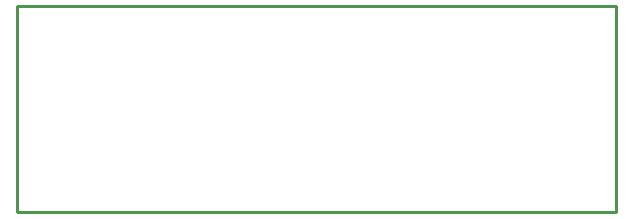
<source format=gbr>
G04 EAGLE Gerber RS-274X export*
G75*
%MOMM*%
%FSLAX34Y34*%
%LPD*%
%IN*%
%IPPOS*%
%AMOC8*
5,1,8,0,0,1.08239X$1,22.5*%
G01*
%ADD10C,0.254000*%


D10*
X38100Y800100D02*
X545900Y800100D01*
X545900Y974600D01*
X38100Y974600D01*
X38100Y800100D01*
M02*

</source>
